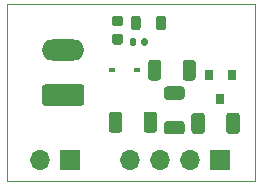
<source format=gbr>
%TF.GenerationSoftware,KiCad,Pcbnew,(5.1.8-0-10_14)*%
%TF.CreationDate,2020-11-19T20:53:49+01:00*%
%TF.ProjectId,Tank_Sender,54616e6b-5f53-4656-9e64-65722e6b6963,rev?*%
%TF.SameCoordinates,Original*%
%TF.FileFunction,Soldermask,Top*%
%TF.FilePolarity,Negative*%
%FSLAX46Y46*%
G04 Gerber Fmt 4.6, Leading zero omitted, Abs format (unit mm)*
G04 Created by KiCad (PCBNEW (5.1.8-0-10_14)) date 2020-11-19 20:53:49*
%MOMM*%
%LPD*%
G01*
G04 APERTURE LIST*
%TA.AperFunction,Profile*%
%ADD10C,0.050000*%
%TD*%
%ADD11R,0.800000X0.900000*%
%ADD12O,3.600000X1.800000*%
%ADD13O,1.700000X1.700000*%
%ADD14R,1.700000X1.700000*%
%ADD15R,0.600000X0.450000*%
G04 APERTURE END LIST*
D10*
X119000000Y-76000000D02*
X119000000Y-91000000D01*
X140000000Y-76000000D02*
X119000000Y-76000000D01*
X140000000Y-91000000D02*
X140000000Y-76000000D01*
X119000000Y-91000000D02*
X140000000Y-91000000D01*
D11*
%TO.C,U101*%
X137100000Y-84000000D03*
X136150000Y-82000000D03*
X138050000Y-82000000D03*
%TD*%
%TO.C,R102*%
G36*
G01*
X132100000Y-80974999D02*
X132100000Y-82225001D01*
G75*
G02*
X131850001Y-82475000I-249999J0D01*
G01*
X131224999Y-82475000D01*
G75*
G02*
X130975000Y-82225001I0J249999D01*
G01*
X130975000Y-80974999D01*
G75*
G02*
X131224999Y-80725000I249999J0D01*
G01*
X131850001Y-80725000D01*
G75*
G02*
X132100000Y-80974999I0J-249999D01*
G01*
G37*
G36*
G01*
X135025000Y-80974999D02*
X135025000Y-82225001D01*
G75*
G02*
X134775001Y-82475000I-249999J0D01*
G01*
X134149999Y-82475000D01*
G75*
G02*
X133900000Y-82225001I0J249999D01*
G01*
X133900000Y-80974999D01*
G75*
G02*
X134149999Y-80725000I249999J0D01*
G01*
X134775001Y-80725000D01*
G75*
G02*
X135025000Y-80974999I0J-249999D01*
G01*
G37*
%TD*%
%TO.C,R101*%
G36*
G01*
X133825001Y-84100000D02*
X132574999Y-84100000D01*
G75*
G02*
X132325000Y-83850001I0J249999D01*
G01*
X132325000Y-83224999D01*
G75*
G02*
X132574999Y-82975000I249999J0D01*
G01*
X133825001Y-82975000D01*
G75*
G02*
X134075000Y-83224999I0J-249999D01*
G01*
X134075000Y-83850001D01*
G75*
G02*
X133825001Y-84100000I-249999J0D01*
G01*
G37*
G36*
G01*
X133825001Y-87025000D02*
X132574999Y-87025000D01*
G75*
G02*
X132325000Y-86775001I0J249999D01*
G01*
X132325000Y-86149999D01*
G75*
G02*
X132574999Y-85900000I249999J0D01*
G01*
X133825001Y-85900000D01*
G75*
G02*
X134075000Y-86149999I0J-249999D01*
G01*
X134075000Y-86775001D01*
G75*
G02*
X133825001Y-87025000I-249999J0D01*
G01*
G37*
%TD*%
D12*
%TO.C,J103*%
X123800000Y-79890000D03*
G36*
G01*
X125350000Y-84600000D02*
X122250000Y-84600000D01*
G75*
G02*
X122000000Y-84350000I0J250000D01*
G01*
X122000000Y-83050000D01*
G75*
G02*
X122250000Y-82800000I250000J0D01*
G01*
X125350000Y-82800000D01*
G75*
G02*
X125600000Y-83050000I0J-250000D01*
G01*
X125600000Y-84350000D01*
G75*
G02*
X125350000Y-84600000I-250000J0D01*
G01*
G37*
%TD*%
D13*
%TO.C,J102*%
X121820000Y-89200000D03*
D14*
X124360000Y-89200000D03*
%TD*%
D13*
%TO.C,J101*%
X129440000Y-89200000D03*
X131980000Y-89200000D03*
X134520000Y-89200000D03*
D14*
X137060000Y-89200000D03*
%TD*%
%TO.C,FB101*%
G36*
G01*
X131625000Y-77981250D02*
X131625000Y-77218750D01*
G75*
G02*
X131843750Y-77000000I218750J0D01*
G01*
X132281250Y-77000000D01*
G75*
G02*
X132500000Y-77218750I0J-218750D01*
G01*
X132500000Y-77981250D01*
G75*
G02*
X132281250Y-78200000I-218750J0D01*
G01*
X131843750Y-78200000D01*
G75*
G02*
X131625000Y-77981250I0J218750D01*
G01*
G37*
G36*
G01*
X129500000Y-77981250D02*
X129500000Y-77218750D01*
G75*
G02*
X129718750Y-77000000I218750J0D01*
G01*
X130156250Y-77000000D01*
G75*
G02*
X130375000Y-77218750I0J-218750D01*
G01*
X130375000Y-77981250D01*
G75*
G02*
X130156250Y-78200000I-218750J0D01*
G01*
X129718750Y-78200000D01*
G75*
G02*
X129500000Y-77981250I0J218750D01*
G01*
G37*
%TD*%
D15*
%TO.C,D101*%
X127950000Y-81600000D03*
X130050000Y-81600000D03*
%TD*%
%TO.C,C104*%
G36*
G01*
X128150000Y-78525000D02*
X128650000Y-78525000D01*
G75*
G02*
X128875000Y-78750000I0J-225000D01*
G01*
X128875000Y-79200000D01*
G75*
G02*
X128650000Y-79425000I-225000J0D01*
G01*
X128150000Y-79425000D01*
G75*
G02*
X127925000Y-79200000I0J225000D01*
G01*
X127925000Y-78750000D01*
G75*
G02*
X128150000Y-78525000I225000J0D01*
G01*
G37*
G36*
G01*
X128150000Y-76975000D02*
X128650000Y-76975000D01*
G75*
G02*
X128875000Y-77200000I0J-225000D01*
G01*
X128875000Y-77650000D01*
G75*
G02*
X128650000Y-77875000I-225000J0D01*
G01*
X128150000Y-77875000D01*
G75*
G02*
X127925000Y-77650000I0J225000D01*
G01*
X127925000Y-77200000D01*
G75*
G02*
X128150000Y-76975000I225000J0D01*
G01*
G37*
%TD*%
%TO.C,C103*%
G36*
G01*
X130000000Y-79030000D02*
X130000000Y-79370000D01*
G75*
G02*
X129860000Y-79510000I-140000J0D01*
G01*
X129580000Y-79510000D01*
G75*
G02*
X129440000Y-79370000I0J140000D01*
G01*
X129440000Y-79030000D01*
G75*
G02*
X129580000Y-78890000I140000J0D01*
G01*
X129860000Y-78890000D01*
G75*
G02*
X130000000Y-79030000I0J-140000D01*
G01*
G37*
G36*
G01*
X130960000Y-79030000D02*
X130960000Y-79370000D01*
G75*
G02*
X130820000Y-79510000I-140000J0D01*
G01*
X130540000Y-79510000D01*
G75*
G02*
X130400000Y-79370000I0J140000D01*
G01*
X130400000Y-79030000D01*
G75*
G02*
X130540000Y-78890000I140000J0D01*
G01*
X130820000Y-78890000D01*
G75*
G02*
X130960000Y-79030000I0J-140000D01*
G01*
G37*
%TD*%
%TO.C,C102*%
G36*
G01*
X130600000Y-86650001D02*
X130600000Y-85349999D01*
G75*
G02*
X130849999Y-85100000I249999J0D01*
G01*
X131500001Y-85100000D01*
G75*
G02*
X131750000Y-85349999I0J-249999D01*
G01*
X131750000Y-86650001D01*
G75*
G02*
X131500001Y-86900000I-249999J0D01*
G01*
X130849999Y-86900000D01*
G75*
G02*
X130600000Y-86650001I0J249999D01*
G01*
G37*
G36*
G01*
X127650000Y-86650001D02*
X127650000Y-85349999D01*
G75*
G02*
X127899999Y-85100000I249999J0D01*
G01*
X128550001Y-85100000D01*
G75*
G02*
X128800000Y-85349999I0J-249999D01*
G01*
X128800000Y-86650001D01*
G75*
G02*
X128550001Y-86900000I-249999J0D01*
G01*
X127899999Y-86900000D01*
G75*
G02*
X127650000Y-86650001I0J249999D01*
G01*
G37*
%TD*%
%TO.C,C101*%
G36*
G01*
X135800000Y-85449999D02*
X135800000Y-86750001D01*
G75*
G02*
X135550001Y-87000000I-249999J0D01*
G01*
X134899999Y-87000000D01*
G75*
G02*
X134650000Y-86750001I0J249999D01*
G01*
X134650000Y-85449999D01*
G75*
G02*
X134899999Y-85200000I249999J0D01*
G01*
X135550001Y-85200000D01*
G75*
G02*
X135800000Y-85449999I0J-249999D01*
G01*
G37*
G36*
G01*
X138750000Y-85449999D02*
X138750000Y-86750001D01*
G75*
G02*
X138500001Y-87000000I-249999J0D01*
G01*
X137849999Y-87000000D01*
G75*
G02*
X137600000Y-86750001I0J249999D01*
G01*
X137600000Y-85449999D01*
G75*
G02*
X137849999Y-85200000I249999J0D01*
G01*
X138500001Y-85200000D01*
G75*
G02*
X138750000Y-85449999I0J-249999D01*
G01*
G37*
%TD*%
M02*

</source>
